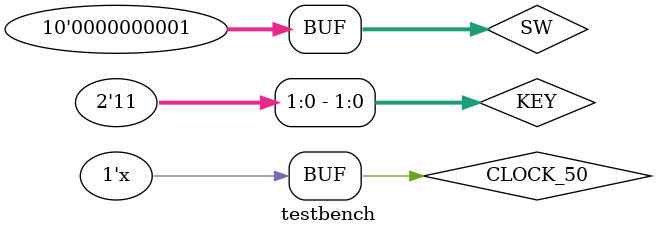
<source format=v>
`timescale 1ns / 1ps

module testbench ( );

	parameter CLOCK_PERIOD = 10;

    reg [9:0] SW;
    reg [3:0] KEY;
    reg CLOCK_50;
    wire [9:0] LEDR;

	initial begin
        CLOCK_50 <= 1'b0;
	end // initial
	always @ (*)
	begin : Clock_Generator
		#((CLOCK_PERIOD) / 2) CLOCK_50 <= ~CLOCK_50;
	end
	
	initial begin
        KEY[0] <= 1'b0;
        #10 KEY[0] <= 1'b1;
	end // initial

    // In the setup below we assume that the half_sec_enable signal coming
    // from the half-second clock is asserted every 3 cycles of CLOCK_50. Of
    // course, in the real circuit the half-second clock is asserted every
    // 25M cycles. The setup below produces the Morse code for A (.-) followed
    // by the Morse code for B (-...).
	initial begin
        SW <= 3'b000; KEY[1] = 1; // not pressed;
        #20 KEY[1] <= 0; // pressed
        #10 KEY[1] <= 1; // not pressed
        #190 SW <= 3'b001;
        #10 KEY[1] <= 0; // pressed
        #10 KEY[1] <= 1; // not pressed
	end // initial
	part3 U1 (SW, CLOCK_50, KEY, LEDR);

endmodule

</source>
